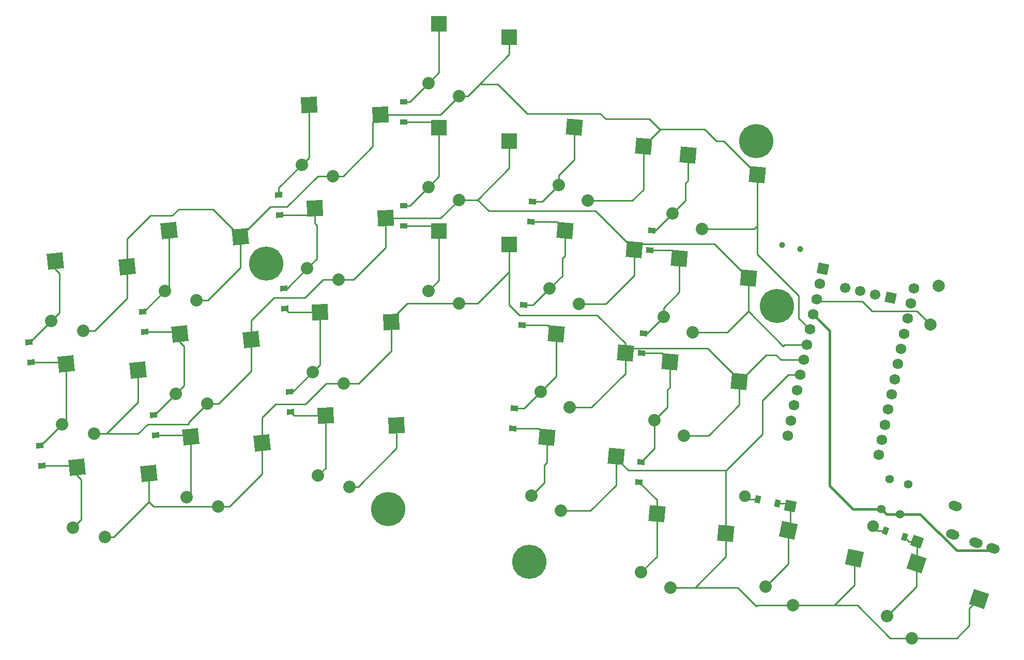
<source format=gbr>
%TF.GenerationSoftware,KiCad,Pcbnew,(6.0.7-1)-1*%
%TF.CreationDate,2022-09-15T11:20:02-04:00*%
%TF.ProjectId,skyline_pcb_left,736b796c-696e-4655-9f70-63625f6c6566,v1.0.0*%
%TF.SameCoordinates,Original*%
%TF.FileFunction,Copper,L2,Bot*%
%TF.FilePolarity,Positive*%
%FSLAX46Y46*%
G04 Gerber Fmt 4.6, Leading zero omitted, Abs format (unit mm)*
G04 Created by KiCad (PCBNEW (6.0.7-1)-1) date 2022-09-15 11:20:02*
%MOMM*%
%LPD*%
G01*
G04 APERTURE LIST*
G04 Aperture macros list*
%AMHorizOval*
0 Thick line with rounded ends*
0 $1 width*
0 $2 $3 position (X,Y) of the first rounded end (center of the circle)*
0 $4 $5 position (X,Y) of the second rounded end (center of the circle)*
0 Add line between two ends*
20,1,$1,$2,$3,$4,$5,0*
0 Add two circle primitives to create the rounded ends*
1,1,$1,$2,$3*
1,1,$1,$4,$5*%
%AMRotRect*
0 Rectangle, with rotation*
0 The origin of the aperture is its center*
0 $1 length*
0 $2 width*
0 $3 Rotation angle, in degrees counterclockwise*
0 Add horizontal line*
21,1,$1,$2,0,0,$3*%
G04 Aperture macros list end*
%TA.AperFunction,WasherPad*%
%ADD10C,1.000000*%
%TD*%
%TA.AperFunction,SMDPad,CuDef*%
%ADD11RotRect,2.600000X2.600000X3.000000*%
%TD*%
%TA.AperFunction,ComponentPad*%
%ADD12C,3.600000*%
%TD*%
%TA.AperFunction,ConnectorPad*%
%ADD13C,5.600000*%
%TD*%
%TA.AperFunction,SMDPad,CuDef*%
%ADD14RotRect,2.600000X2.600000X341.000000*%
%TD*%
%TA.AperFunction,ComponentPad*%
%ADD15C,1.397000*%
%TD*%
%TA.AperFunction,ComponentPad*%
%ADD16C,2.032000*%
%TD*%
%TA.AperFunction,SMDPad,CuDef*%
%ADD17RotRect,0.900000X1.200000X85.000000*%
%TD*%
%TA.AperFunction,SMDPad,CuDef*%
%ADD18RotRect,0.900000X1.200000X93.000000*%
%TD*%
%TA.AperFunction,SMDPad,CuDef*%
%ADD19RotRect,0.900000X1.200000X96.000000*%
%TD*%
%TA.AperFunction,SMDPad,CuDef*%
%ADD20RotRect,2.600000X2.600000X355.000000*%
%TD*%
%TA.AperFunction,ComponentPad*%
%ADD21RotRect,1.752600X1.752600X258.000000*%
%TD*%
%TA.AperFunction,ComponentPad*%
%ADD22C,1.752600*%
%TD*%
%TA.AperFunction,SMDPad,CuDef*%
%ADD23R,2.600000X2.600000*%
%TD*%
%TA.AperFunction,SMDPad,CuDef*%
%ADD24RotRect,2.600000X2.600000X6.000000*%
%TD*%
%TA.AperFunction,SMDPad,CuDef*%
%ADD25R,1.200000X0.900000*%
%TD*%
%TA.AperFunction,SMDPad,CuDef*%
%ADD26RotRect,2.600000X2.600000X348.000000*%
%TD*%
%TA.AperFunction,ComponentPad*%
%ADD27C,1.905000*%
%TD*%
%TA.AperFunction,SMDPad,CuDef*%
%ADD28RotRect,0.900000X1.200000X168.000000*%
%TD*%
%TA.AperFunction,ComponentPad*%
%ADD29RotRect,1.778000X1.778000X168.000000*%
%TD*%
%TA.AperFunction,ComponentPad*%
%ADD30HorizOval,1.600000X-0.283656X0.097670X0.283656X-0.097670X0*%
%TD*%
%TA.AperFunction,ComponentPad*%
%ADD31C,2.000000*%
%TD*%
%TA.AperFunction,ComponentPad*%
%ADD32RotRect,1.700000X1.700000X258.000000*%
%TD*%
%TA.AperFunction,ComponentPad*%
%ADD33HorizOval,1.700000X0.000000X0.000000X0.000000X0.000000X0*%
%TD*%
%TA.AperFunction,SMDPad,CuDef*%
%ADD34RotRect,0.900000X1.200000X161.000000*%
%TD*%
%TA.AperFunction,ComponentPad*%
%ADD35RotRect,1.778000X1.778000X161.000000*%
%TD*%
%TA.AperFunction,Conductor*%
%ADD36C,0.250000*%
%TD*%
%TA.AperFunction,Conductor*%
%ADD37C,0.400000*%
%TD*%
G04 APERTURE END LIST*
D10*
%TO.P,T1,*%
%TO.N,*%
X255661978Y-125952893D03*
X252727536Y-125329157D03*
%TD*%
D11*
%TO.P,S13,1*%
%TO.N,P6*%
X177950117Y-153287465D03*
%TO.P,S13,2*%
%TO.N,P18*%
X189599428Y-154879969D03*
%TD*%
D12*
%TO.P,REF\u002A\u002A,1*%
%TO.N,N/C*%
X248471233Y-108327154D03*
D13*
X248471233Y-108327154D03*
%TD*%
D14*
%TO.P,S45,1*%
%TO.N,P5*%
X274764028Y-177441111D03*
%TO.P,S45,2*%
%TO.N,P18*%
X284968518Y-183281564D03*
%TD*%
D15*
%TO.P,\u002A\u002A,3*%
%TO.N,P3*%
X270339579Y-163674142D03*
%TO.P,\u002A\u002A,4*%
%TO.N,VCC*%
X268982009Y-168569384D03*
%TD*%
D16*
%TO.P,S26,1*%
%TO.N,P7*%
X194796517Y-98810842D03*
%TO.P,S26,2*%
%TO.N,P21*%
X199796517Y-100910842D03*
%TD*%
D17*
%TO.P,D12,1*%
%TO.N,P8*%
X211590260Y-121509395D03*
%TO.P,D12,2*%
X211877874Y-118221953D03*
%TD*%
D18*
%TO.P,D5,1*%
%TO.N,P6*%
X172185861Y-152688321D03*
%TO.P,D5,2*%
X172013153Y-149392843D03*
%TD*%
D12*
%TO.P,REF\u002A\u002A,1*%
%TO.N,N/C*%
X168206517Y-128350842D03*
D13*
X168206517Y-128350842D03*
%TD*%
D16*
%TO.P,S42,1*%
%TO.N,P9*%
X229656879Y-178902403D03*
%TO.P,S42,2*%
%TO.N,P18*%
X234454825Y-181430191D03*
%TD*%
D19*
%TO.P,D3,1*%
%TO.N,P5*%
X150084877Y-156456891D03*
%TO.P,D3,2*%
X149739933Y-153174969D03*
%TD*%
D20*
%TO.P,S31,1*%
%TO.N,P8*%
X217215034Y-122904937D03*
%TO.P,S31,2*%
%TO.N,P20*%
X228529340Y-126103215D03*
%TD*%
D16*
%TO.P,S34,1*%
%TO.N,P8*%
X216128478Y-115532182D03*
%TO.P,S34,2*%
%TO.N,P21*%
X220926424Y-118059970D03*
%TD*%
%TO.P,S40,1*%
%TO.N,P9*%
X234799068Y-120126915D03*
%TO.P,S40,2*%
%TO.N,P21*%
X239597014Y-122654703D03*
%TD*%
%TO.P,S22,1*%
%TO.N,P7*%
X194796517Y-132810842D03*
%TO.P,S22,2*%
%TO.N,P19*%
X199796517Y-134910842D03*
%TD*%
D19*
%TO.P,D4,1*%
%TO.N,P5*%
X148307893Y-139550018D03*
%TO.P,D4,2*%
X147962949Y-136268096D03*
%TD*%
D18*
%TO.P,D6,1*%
%TO.N,P6*%
X171296149Y-135711619D03*
%TO.P,D6,2*%
X171123441Y-132416141D03*
%TD*%
D16*
%TO.P,S28,1*%
%TO.N,P8*%
X211683535Y-166338112D03*
%TO.P,S28,2*%
%TO.N,P18*%
X216481481Y-168865900D03*
%TD*%
%TO.P,S4,1*%
%TO.N,P4*%
X134816878Y-154693170D03*
%TO.P,S4,2*%
%TO.N,P20*%
X140008997Y-156259023D03*
%TD*%
D20*
%TO.P,S39,1*%
%TO.N,P9*%
X237367272Y-110564360D03*
%TO.P,S39,2*%
%TO.N,P21*%
X248681578Y-113762638D03*
%TD*%
D16*
%TO.P,S10,1*%
%TO.N,P5*%
X153399209Y-149723563D03*
%TO.P,S10,2*%
%TO.N,P20*%
X158591328Y-151289416D03*
%TD*%
D11*
%TO.P,S19,1*%
%TO.N,P6*%
X175280983Y-102357358D03*
%TO.P,S19,2*%
%TO.N,P21*%
X186930294Y-103949862D03*
%TD*%
D21*
%TO.P,MCU1,1*%
%TO.N,RAW*%
X259435551Y-129216394D03*
D22*
%TO.P,MCU1,2*%
%TO.N,GND*%
X258907455Y-131700889D03*
%TO.P,MCU1,3*%
%TO.N,RST*%
X258379359Y-134185384D03*
%TO.P,MCU1,4*%
%TO.N,VCC*%
X257851264Y-136669879D03*
%TO.P,MCU1,5*%
%TO.N,P21*%
X257323168Y-139154374D03*
%TO.P,MCU1,6*%
%TO.N,P20*%
X256795072Y-141638868D03*
%TO.P,MCU1,7*%
%TO.N,P19*%
X256266976Y-144123363D03*
%TO.P,MCU1,8*%
%TO.N,P18*%
X255738881Y-146607858D03*
%TO.P,MCU1,9*%
%TO.N,P15*%
X255210785Y-149092353D03*
%TO.P,MCU1,10*%
%TO.N,P14*%
X254682689Y-151576848D03*
%TO.P,MCU1,11*%
%TO.N,P16*%
X254154594Y-154061343D03*
%TO.P,MCU1,12*%
%TO.N,P10*%
X253626498Y-156545838D03*
%TO.P,MCU1,13*%
%TO.N,P1*%
X274342520Y-132384968D03*
%TO.P,MCU1,14*%
%TO.N,P0*%
X273814424Y-134869463D03*
%TO.P,MCU1,15*%
%TO.N,GND*%
X273286329Y-137353958D03*
%TO.P,MCU1,16*%
X272758233Y-139838453D03*
%TO.P,MCU1,17*%
%TO.N,P2*%
X272230137Y-142322948D03*
%TO.P,MCU1,18*%
%TO.N,P3*%
X271702042Y-144807443D03*
%TO.P,MCU1,19*%
%TO.N,P4*%
X271173946Y-147291938D03*
%TO.P,MCU1,20*%
%TO.N,P5*%
X270645850Y-149776432D03*
%TO.P,MCU1,21*%
%TO.N,P6*%
X270117754Y-152260927D03*
%TO.P,MCU1,22*%
%TO.N,P7*%
X269589659Y-154745422D03*
%TO.P,MCU1,23*%
%TO.N,P8*%
X269061563Y-157229917D03*
%TO.P,MCU1,24*%
%TO.N,P9*%
X268533467Y-159714412D03*
%TD*%
D23*
%TO.P,S21,1*%
%TO.N,P7*%
X196521517Y-123060842D03*
%TO.P,S21,2*%
%TO.N,P19*%
X208071517Y-125260842D03*
%TD*%
%TO.P,S25,1*%
%TO.N,P7*%
X196521517Y-89060842D03*
%TO.P,S25,2*%
%TO.N,P21*%
X208071517Y-91260842D03*
%TD*%
%TO.P,S23,1*%
%TO.N,P7*%
X196521517Y-106060842D03*
%TO.P,S23,2*%
%TO.N,P20*%
X208071517Y-108260842D03*
%TD*%
D24*
%TO.P,S3,1*%
%TO.N,P4*%
X135513275Y-144816269D03*
%TO.P,S3,2*%
%TO.N,P20*%
X147229966Y-145796914D03*
%TD*%
%TO.P,S7,1*%
%TO.N,P5*%
X155872590Y-156753534D03*
%TO.P,S7,2*%
%TO.N,P19*%
X167589281Y-157734179D03*
%TD*%
D20*
%TO.P,S37,1*%
%TO.N,P9*%
X235885624Y-127499670D03*
%TO.P,S37,2*%
%TO.N,P20*%
X247199930Y-130697948D03*
%TD*%
D25*
%TO.P,D9,1*%
%TO.N,P7*%
X190796517Y-105160842D03*
%TO.P,D9,2*%
X190796517Y-101860842D03*
%TD*%
D13*
%TO.P,REF\u002A\u002A,1*%
%TO.N,N/C*%
X251896517Y-135310842D03*
D12*
X251896517Y-135310842D03*
%TD*%
D15*
%TO.P,\u002A\u002A,2*%
%TO.N,P2*%
X273411222Y-164506045D03*
%TO.P,\u002A\u002A,4*%
%TO.N,VCC*%
X272053652Y-169401287D03*
%TD*%
D26*
%TO.P,S43,1*%
%TO.N,P7*%
X253742302Y-172089583D03*
%TO.P,S43,2*%
%TO.N,P18*%
X264582501Y-176642888D03*
%TD*%
D20*
%TO.P,S27,1*%
%TO.N,P8*%
X214251739Y-156775557D03*
%TO.P,S27,2*%
%TO.N,P18*%
X225566045Y-159973835D03*
%TD*%
D11*
%TO.P,S17,1*%
%TO.N,P6*%
X176170694Y-119334060D03*
%TO.P,S17,2*%
%TO.N,P20*%
X187820005Y-120926564D03*
%TD*%
D17*
%TO.P,D14,1*%
%TO.N,P9*%
X231099503Y-126199977D03*
%TO.P,D14,2*%
X231387117Y-122912535D03*
%TD*%
D16*
%TO.P,S24,1*%
%TO.N,P7*%
X194796517Y-115810842D03*
%TO.P,S24,2*%
%TO.N,P20*%
X199796517Y-117910842D03*
%TD*%
D27*
%TO.P,D16,1*%
%TO.N,P7*%
X246610368Y-166479801D03*
D28*
X251951054Y-167614999D03*
%TO.P,D16,2*%
X248723166Y-166928891D03*
D29*
X254063852Y-168064089D03*
%TD*%
D11*
%TO.P,S15,1*%
%TO.N,P6*%
X177060406Y-136310762D03*
%TO.P,S15,2*%
%TO.N,P19*%
X188709717Y-137903266D03*
%TD*%
D16*
%TO.P,S12,1*%
%TO.N,P5*%
X151622225Y-132816691D03*
%TO.P,S12,2*%
%TO.N,P21*%
X156814344Y-134382544D03*
%TD*%
%TO.P,S2,1*%
%TO.N,P4*%
X136593862Y-171600042D03*
%TO.P,S2,2*%
%TO.N,P19*%
X141785981Y-173165895D03*
%TD*%
D12*
%TO.P,REF\u002A\u002A,1*%
%TO.N,N/C*%
X188196517Y-168610842D03*
D13*
X188196517Y-168610842D03*
%TD*%
D20*
%TO.P,S29,1*%
%TO.N,P8*%
X215733387Y-139840247D03*
%TO.P,S29,2*%
%TO.N,P19*%
X227047693Y-143038525D03*
%TD*%
D16*
%TO.P,S14,1*%
%TO.N,P6*%
X176737757Y-163114382D03*
%TO.P,S14,2*%
%TO.N,P18*%
X181840810Y-164949824D03*
%TD*%
D24*
%TO.P,S5,1*%
%TO.N,P4*%
X133736291Y-127909397D03*
%TO.P,S5,2*%
%TO.N,P21*%
X145452982Y-128890042D03*
%TD*%
D16*
%TO.P,S18,1*%
%TO.N,P6*%
X174958334Y-129160977D03*
%TO.P,S18,2*%
%TO.N,P20*%
X180061387Y-130996419D03*
%TD*%
%TO.P,S38,1*%
%TO.N,P9*%
X233317420Y-137062225D03*
%TO.P,S38,2*%
%TO.N,P20*%
X238115366Y-139590013D03*
%TD*%
D18*
%TO.P,D7,1*%
%TO.N,P6*%
X170470481Y-120438388D03*
%TO.P,D7,2*%
X170297773Y-117142910D03*
%TD*%
D24*
%TO.P,S9,1*%
%TO.N,P5*%
X154095606Y-139846662D03*
%TO.P,S9,2*%
%TO.N,P20*%
X165812297Y-140827307D03*
%TD*%
D17*
%TO.P,D13,1*%
%TO.N,P9*%
X229726740Y-143039210D03*
%TO.P,D13,2*%
X230014354Y-139751768D03*
%TD*%
D30*
%TO.P,REF\u002A\u002A,1*%
%TO.N,GND*%
X281141917Y-168056247D03*
%TO.P,REF\u002A\u002A,2*%
%TO.N,P3*%
X280684374Y-172763758D03*
%TO.P,REF\u002A\u002A,3*%
%TO.N,P2*%
X284466448Y-174066030D03*
%TO.P,REF\u002A\u002A,4*%
%TO.N,VCC*%
X287303004Y-175042735D03*
%TD*%
D17*
%TO.P,D11,1*%
%TO.N,P8*%
X210108612Y-138444705D03*
%TO.P,D11,2*%
X210396226Y-135157263D03*
%TD*%
D24*
%TO.P,S11,1*%
%TO.N,P5*%
X152318622Y-122939790D03*
%TO.P,S11,2*%
%TO.N,P21*%
X164035313Y-123920435D03*
%TD*%
D16*
%TO.P,S16,1*%
%TO.N,P6*%
X175848046Y-146137679D03*
%TO.P,S16,2*%
%TO.N,P19*%
X180951099Y-147973121D03*
%TD*%
D31*
%TO.P,RSW1,1*%
%TO.N,RST*%
X277060244Y-138357905D03*
%TO.P,RSW1,2*%
%TO.N,GND*%
X278411670Y-131999945D03*
%TD*%
D16*
%TO.P,S20,1*%
%TO.N,P6*%
X174068623Y-112184275D03*
%TO.P,S20,2*%
%TO.N,P21*%
X179171676Y-114019717D03*
%TD*%
%TO.P,S8,1*%
%TO.N,P5*%
X155176193Y-166630435D03*
%TO.P,S8,2*%
%TO.N,P19*%
X160368312Y-168196288D03*
%TD*%
D17*
%TO.P,D10,1*%
%TO.N,P8*%
X208626964Y-155380015D03*
%TO.P,D10,2*%
X208914578Y-152092573D03*
%TD*%
D16*
%TO.P,S6,1*%
%TO.N,P4*%
X133039894Y-137786298D03*
%TO.P,S6,2*%
%TO.N,P21*%
X138232013Y-139352151D03*
%TD*%
D24*
%TO.P,S1,1*%
%TO.N,P4*%
X137290259Y-161723141D03*
%TO.P,S1,2*%
%TO.N,P19*%
X149006950Y-162703786D03*
%TD*%
D20*
%TO.P,S35,1*%
%TO.N,P9*%
X234403976Y-144434980D03*
%TO.P,S35,2*%
%TO.N,P19*%
X245718282Y-147633258D03*
%TD*%
D32*
%TO.P,REF\u002A\u002A,1*%
%TO.N,VCC*%
X270482307Y-133943202D03*
D33*
%TO.P,REF\u002A\u002A,2*%
%TO.N,P0*%
X267997812Y-133415106D03*
%TO.P,REF\u002A\u002A,3*%
%TO.N,P1*%
X265513317Y-132887011D03*
%TO.P,REF\u002A\u002A,4*%
%TO.N,GND*%
X263028822Y-132358915D03*
%TD*%
D25*
%TO.P,D8,1*%
%TO.N,P7*%
X190796517Y-122160842D03*
%TO.P,D8,2*%
X190796517Y-118860842D03*
%TD*%
D16*
%TO.P,S36,1*%
%TO.N,P9*%
X231835772Y-153997535D03*
%TO.P,S36,2*%
%TO.N,P19*%
X236633718Y-156525323D03*
%TD*%
%TO.P,S46,1*%
%TO.N,P5*%
X269958719Y-186098312D03*
%TO.P,S46,2*%
%TO.N,P18*%
X274002619Y-189711742D03*
%TD*%
D12*
%TO.P,REF\u002A\u002A,1*%
%TO.N,N/C*%
X211296517Y-177210842D03*
D13*
X211296517Y-177210842D03*
%TD*%
D27*
%TO.P,D17,1*%
%TO.N,P5*%
X267600821Y-171403395D03*
D34*
X272763353Y-173180997D03*
D35*
%TO.P,D17,2*%
X274805673Y-173884225D03*
D34*
X269643141Y-172106623D03*
%TD*%
D16*
%TO.P,S32,1*%
%TO.N,P8*%
X214646830Y-132467492D03*
%TO.P,S32,2*%
%TO.N,P20*%
X219444776Y-134995280D03*
%TD*%
%TO.P,S30,1*%
%TO.N,P8*%
X213165183Y-149402802D03*
%TO.P,S30,2*%
%TO.N,P19*%
X217963129Y-151930590D03*
%TD*%
D20*
%TO.P,S33,1*%
%TO.N,P8*%
X218696682Y-105969627D03*
%TO.P,S33,2*%
%TO.N,P21*%
X230010988Y-109167905D03*
%TD*%
D16*
%TO.P,S44,1*%
%TO.N,P7*%
X250027859Y-181267874D03*
%TO.P,S44,2*%
%TO.N,P18*%
X254481982Y-184361543D03*
%TD*%
D17*
%TO.P,D15,1*%
%TO.N,P9*%
X229308380Y-164176173D03*
%TO.P,D15,2*%
X229595994Y-160888731D03*
%TD*%
D20*
%TO.P,S41,1*%
%TO.N,P9*%
X232225083Y-169339848D03*
%TO.P,S41,2*%
%TO.N,P18*%
X243539389Y-172538126D03*
%TD*%
D19*
%TO.P,D2,1*%
%TO.N,P4*%
X129725562Y-144519625D03*
%TO.P,D2,2*%
X129380618Y-141237703D03*
%TD*%
%TO.P,D1,1*%
%TO.N,P4*%
X131502546Y-161426497D03*
%TO.P,D1,2*%
X131157602Y-158144575D03*
%TD*%
D36*
%TO.N,P4*%
X136593862Y-171600042D02*
X137940863Y-170253041D01*
X137940863Y-163766539D02*
X137290259Y-163115935D01*
X137940863Y-170253041D02*
X137940863Y-163766539D01*
X131502546Y-161426497D02*
X136993615Y-161426497D01*
X129588489Y-141237703D02*
X133039894Y-137786298D01*
X134816878Y-154693170D02*
X135513275Y-153996773D01*
X133736291Y-129302191D02*
X133736291Y-127909397D01*
X129380618Y-141237703D02*
X129588489Y-141237703D01*
X136993615Y-161426497D02*
X137290259Y-161723141D01*
X135513275Y-153996773D02*
X135513275Y-144816269D01*
X134386895Y-136439297D02*
X134386895Y-129952795D01*
X135216631Y-144519625D02*
X135513275Y-144816269D01*
X131365473Y-158144575D02*
X134816878Y-154693170D01*
X137290259Y-163115935D02*
X137290259Y-161723141D01*
X134386895Y-129952795D02*
X133736291Y-129302191D01*
X129725562Y-144519625D02*
X135216631Y-144519625D01*
X133039894Y-137786298D02*
X134386895Y-136439297D01*
X131157602Y-158144575D02*
X131365473Y-158144575D01*
%TO.N,P19*%
X227047693Y-143038525D02*
X227872589Y-142213629D01*
X236633718Y-156525323D02*
X240696187Y-156525323D01*
X227872589Y-142213629D02*
X240544676Y-142213629D01*
X191336637Y-134910842D02*
X189429263Y-136818216D01*
X149821472Y-168196288D02*
X160368312Y-168196288D01*
X227047693Y-141416646D02*
X222449263Y-136818216D01*
X160368312Y-168196288D02*
X162246249Y-168196288D01*
X180951099Y-147973121D02*
X183422388Y-147973121D01*
X143222821Y-173165895D02*
X149006950Y-167381766D01*
X188709717Y-142685792D02*
X188709717Y-137903266D01*
X245718282Y-147387235D02*
X245718282Y-147633258D01*
X252549251Y-144123363D02*
X256266976Y-144123363D01*
X174685452Y-151370904D02*
X178083235Y-147973121D01*
X149006950Y-167381766D02*
X149006950Y-162703786D01*
X167589281Y-157734179D02*
X167589281Y-153578198D01*
X240544676Y-142213629D02*
X245718282Y-147387235D01*
X183422388Y-147973121D02*
X188709717Y-142685792D01*
X209749263Y-136818216D02*
X208071517Y-135140470D01*
X199796517Y-134910842D02*
X191336637Y-134910842D01*
X221531867Y-151930590D02*
X227047693Y-146414764D01*
X199796517Y-134910842D02*
X202863888Y-134910842D01*
X222449263Y-136818216D02*
X209749263Y-136818216D01*
X169796575Y-151370904D02*
X174685452Y-151370904D01*
X208071517Y-129703213D02*
X208071517Y-125260842D01*
X149006950Y-167381766D02*
X149821472Y-168196288D01*
X167589281Y-162853256D02*
X167589281Y-157734179D01*
X141785981Y-173165895D02*
X143222821Y-173165895D01*
X162246249Y-168196288D02*
X167589281Y-162853256D01*
X202863888Y-134910842D02*
X208071517Y-129703213D01*
X251743246Y-143317358D02*
X252549251Y-144123363D01*
X245780029Y-147633258D02*
X250095929Y-143317358D01*
X227047693Y-146414764D02*
X227047693Y-143038525D01*
X240696187Y-156525323D02*
X245718282Y-151503228D01*
X227047693Y-143038525D02*
X227047693Y-141416646D01*
X178083235Y-147973121D02*
X180951099Y-147973121D01*
X208071517Y-135140470D02*
X208071517Y-125260842D01*
X245718282Y-151503228D02*
X245718282Y-147633258D01*
X167589281Y-153578198D02*
X169796575Y-151370904D01*
X245718282Y-147633258D02*
X245780029Y-147633258D01*
X250095929Y-143317358D02*
X251743246Y-143317358D01*
X217963129Y-151930590D02*
X221531867Y-151930590D01*
%TO.N,P20*%
X155558280Y-154322464D02*
X158591328Y-151289416D01*
X147284012Y-156259023D02*
X148877499Y-154665536D01*
X228529340Y-126103215D02*
X222162900Y-119736775D01*
X174593935Y-133982566D02*
X177580082Y-130996419D01*
X142048456Y-156259023D02*
X147229966Y-151077513D01*
X247199930Y-136168883D02*
X252929263Y-141898216D01*
X180061387Y-130996419D02*
X182551060Y-130996419D01*
X160469265Y-151289416D02*
X165812297Y-145946384D01*
X187820005Y-120926564D02*
X196780795Y-120926564D01*
X223824366Y-134995280D02*
X219444776Y-134995280D01*
X208071517Y-108260842D02*
X208071517Y-112703213D01*
X238115366Y-139590013D02*
X243778800Y-139590013D01*
X204689821Y-119736775D02*
X202863888Y-117910842D01*
X229519297Y-125113258D02*
X228529340Y-126103215D01*
X243778800Y-139590013D02*
X247199930Y-136168883D01*
X247199930Y-130697948D02*
X247199930Y-136168883D01*
X158591328Y-151289416D02*
X160469265Y-151289416D01*
X222162900Y-119736775D02*
X204689821Y-119736775D01*
X169468951Y-133982566D02*
X174593935Y-133982566D01*
X208071517Y-112703213D02*
X202863888Y-117910842D01*
X165812297Y-137639220D02*
X169468951Y-133982566D01*
X148877499Y-154665536D02*
X155558280Y-154665536D01*
X241615240Y-125113258D02*
X229519297Y-125113258D01*
X155558280Y-154665536D02*
X155558280Y-154322464D01*
X140008997Y-156259023D02*
X147284012Y-156259023D01*
X177580082Y-130996419D02*
X180061387Y-130996419D01*
X187820005Y-125727474D02*
X187820005Y-120926564D01*
X140008997Y-156259023D02*
X142048456Y-156259023D01*
X196780795Y-120926564D02*
X199796517Y-117910842D01*
X182551060Y-130996419D02*
X187820005Y-125727474D01*
X247199930Y-130697948D02*
X241615240Y-125113258D01*
X165812297Y-145946384D02*
X165812297Y-140827307D01*
X228529340Y-126103215D02*
X228529340Y-130290306D01*
X202863888Y-117910842D02*
X199796517Y-117910842D01*
X253188611Y-141638868D02*
X256795072Y-141638868D01*
X228529340Y-130290306D02*
X223824366Y-134995280D01*
X147229966Y-151077513D02*
X147229966Y-145796914D01*
X165812297Y-140827307D02*
X165812297Y-137639220D01*
X252929263Y-141898216D02*
X253188611Y-141638868D01*
%TO.N,P21*%
X203190040Y-98954158D02*
X208071517Y-94072682D01*
X159546150Y-119431272D02*
X153910965Y-119431272D01*
X248681578Y-113762638D02*
X243196475Y-108277535D01*
X206190317Y-98954158D02*
X203190040Y-98954158D01*
X248681578Y-126809086D02*
X255469263Y-133596771D01*
X158692281Y-134382544D02*
X164035313Y-129039512D01*
X239597014Y-122654703D02*
X248195201Y-122654703D01*
X232724970Y-106453923D02*
X230967991Y-104696944D01*
X179171676Y-114019717D02*
X176667762Y-114019717D01*
X149243568Y-120529483D02*
X145452982Y-124320069D01*
X153910965Y-119431272D02*
X152812754Y-120529483D01*
X168917532Y-119038216D02*
X164035313Y-123920435D01*
X185720799Y-109136427D02*
X185720799Y-105159357D01*
X164035313Y-123920435D02*
X159546150Y-119431272D01*
X230967991Y-104696944D02*
X223834221Y-104696944D01*
X232840677Y-106338216D02*
X232724970Y-106453923D01*
X171649263Y-119038216D02*
X168917532Y-119038216D01*
X140109950Y-139352151D02*
X145452982Y-134009119D01*
X248195201Y-122654703D02*
X248681578Y-122168326D01*
X241995772Y-108277535D02*
X240056453Y-106338216D01*
X138232013Y-139352151D02*
X140109950Y-139352151D01*
X179171676Y-114019717D02*
X180837509Y-114019717D01*
X208071517Y-94072682D02*
X208071517Y-91260842D01*
X243196475Y-108277535D02*
X241995772Y-108277535D01*
X228221769Y-118059970D02*
X230010988Y-116270751D01*
X201233357Y-100910842D02*
X203190040Y-98954158D01*
X248681578Y-113762638D02*
X248681578Y-122168326D01*
X223834221Y-104696944D02*
X222935493Y-103798216D01*
X232724970Y-106453923D02*
X230010988Y-109167905D01*
X255469263Y-133596771D02*
X255469263Y-137300469D01*
X176667762Y-114019717D02*
X171649263Y-119038216D01*
X248681578Y-122168326D02*
X248681578Y-126809086D01*
X196757497Y-103949862D02*
X199796517Y-100910842D01*
X186930294Y-103949862D02*
X196757497Y-103949862D01*
X145452982Y-124320069D02*
X145452982Y-128890042D01*
X145452982Y-134009119D02*
X145452982Y-128890042D01*
X156814344Y-134382544D02*
X158692281Y-134382544D01*
X240056453Y-106338216D02*
X232840677Y-106338216D01*
X255469263Y-137300469D02*
X257323168Y-139154374D01*
X164035313Y-129039512D02*
X164035313Y-123920435D01*
X199796517Y-100910842D02*
X201233357Y-100910842D01*
X220926424Y-118059970D02*
X228221769Y-118059970D01*
X206190317Y-98954158D02*
X211034375Y-103798216D01*
X185720799Y-105159357D02*
X186930294Y-103949862D01*
X152812754Y-120529483D02*
X149243568Y-120529483D01*
X180837509Y-114019717D02*
X185720799Y-109136427D01*
X230010988Y-116270751D02*
X230010988Y-109167905D01*
X222935493Y-103798216D02*
X211034375Y-103798216D01*
%TO.N,P5*%
X269958719Y-186098312D02*
X274764028Y-181293003D01*
X148307893Y-139550018D02*
X153798962Y-139550018D01*
X274805673Y-173884225D02*
X273466581Y-173884225D01*
X274805673Y-173884225D02*
X274805673Y-177399466D01*
X149739933Y-153174969D02*
X149947803Y-153174969D01*
X154746210Y-141890060D02*
X154095606Y-141239456D01*
X274764028Y-181293003D02*
X274764028Y-177441111D01*
X274805673Y-177399466D02*
X274764028Y-177441111D01*
X148170820Y-136268096D02*
X151622225Y-132816691D01*
X151622225Y-132816691D02*
X152318622Y-132120294D01*
X155575947Y-156456891D02*
X155872590Y-156753534D01*
X152318622Y-132120294D02*
X152318622Y-122939790D01*
X155176193Y-166630435D02*
X155872590Y-165934038D01*
X155872590Y-165934038D02*
X155872590Y-156753534D01*
X269643141Y-172106623D02*
X268304049Y-172106623D01*
X153399209Y-149723563D02*
X154746210Y-148376562D01*
X150084877Y-156456891D02*
X155575947Y-156456891D01*
X147962949Y-136268096D02*
X148170820Y-136268096D01*
X273466581Y-173884225D02*
X272763353Y-173180997D01*
X154095606Y-141239456D02*
X154095606Y-139846662D01*
X153798962Y-139550018D02*
X154095606Y-139846662D01*
X154746210Y-148376562D02*
X154746210Y-141890060D01*
X268304049Y-172106623D02*
X267600821Y-171403395D01*
X149947803Y-153174969D02*
X153399209Y-149723563D01*
%TO.N,P6*%
X172013153Y-149392843D02*
X172592882Y-149392843D01*
X172185861Y-152688321D02*
X172785005Y-153287465D01*
X176737757Y-163114382D02*
X177950117Y-161902022D01*
X172785005Y-153287465D02*
X177950117Y-153287465D01*
X176501613Y-127617698D02*
X176501613Y-122089699D01*
X176170694Y-121758780D02*
X176170694Y-119334060D01*
X171703170Y-132416141D02*
X174958334Y-129160977D01*
X171895292Y-136310762D02*
X171296149Y-135711619D01*
X174068623Y-112184275D02*
X175280983Y-110971915D01*
X174958334Y-129160977D02*
X176501613Y-127617698D01*
X171123441Y-132416141D02*
X171703170Y-132416141D01*
X170297773Y-115955125D02*
X174068623Y-112184275D01*
X177950117Y-161902022D02*
X177950117Y-153287465D01*
X170297773Y-117142910D02*
X170297773Y-115955125D01*
X172592882Y-149392843D02*
X175848046Y-146137679D01*
X177060406Y-144925319D02*
X177060406Y-136310762D01*
X175066366Y-120438388D02*
X176170694Y-119334060D01*
X175280983Y-110971915D02*
X175280983Y-102357358D01*
X176501613Y-122089699D02*
X176170694Y-121758780D01*
X175848046Y-146137679D02*
X177060406Y-144925319D01*
X177060406Y-136310762D02*
X171895292Y-136310762D01*
X170470481Y-120438388D02*
X175066366Y-120438388D01*
%TO.N,P18*%
X270407807Y-189711742D02*
X274002619Y-189711742D01*
X243598182Y-162261495D02*
X249546824Y-156312853D01*
X265057608Y-184361543D02*
X270407807Y-189711742D01*
X243598182Y-162261495D02*
X243539389Y-162320288D01*
X264582501Y-181044978D02*
X264582501Y-176642888D01*
X254481982Y-184361543D02*
X265057608Y-184361543D01*
X283409263Y-184840819D02*
X284968518Y-183281564D01*
X248678851Y-184361543D02*
X254481982Y-184361543D01*
X216481481Y-168865900D02*
X221344272Y-168865900D01*
X221344272Y-168865900D02*
X225566045Y-164644127D01*
X225566045Y-159973835D02*
X225566045Y-160254998D01*
X225566045Y-164644127D02*
X225566045Y-159973835D01*
X183277650Y-164949824D02*
X189599428Y-158628046D01*
X261265936Y-184361543D02*
X264582501Y-181044978D01*
X274002619Y-189711742D02*
X281315737Y-189711742D01*
X281315737Y-189711742D02*
X283409263Y-187618216D01*
X243539389Y-176408096D02*
X238517294Y-181430191D01*
X189599428Y-158628046D02*
X189599428Y-154879969D01*
X227572542Y-162261495D02*
X243598182Y-162261495D01*
X225566045Y-160254998D02*
X227572542Y-162261495D01*
X249546824Y-156312853D02*
X249546824Y-150821798D01*
X245470059Y-181430191D02*
X248540131Y-184500263D01*
X249546824Y-150821798D02*
X253760764Y-146607858D01*
X254481982Y-184361543D02*
X261265936Y-184361543D01*
X181840810Y-164949824D02*
X183277650Y-164949824D01*
X243539389Y-172538126D02*
X243539389Y-176408096D01*
X238517294Y-181430191D02*
X234454825Y-181430191D01*
X243539389Y-162320288D02*
X243539389Y-172538126D01*
X253760764Y-146607858D02*
X255738881Y-146607858D01*
X248540131Y-184500263D02*
X248678851Y-184361543D01*
X283409263Y-187618216D02*
X283409263Y-184840819D01*
X234454825Y-181430191D02*
X245470059Y-181430191D01*
%TO.N,P7*%
X247059458Y-166928891D02*
X246610368Y-166479801D01*
X190796517Y-101860842D02*
X191746517Y-101860842D01*
X248723166Y-166928891D02*
X247059458Y-166928891D01*
X196537987Y-92527312D02*
X196521517Y-92510842D01*
X251951054Y-167614999D02*
X253614762Y-167614999D01*
X190796517Y-122160842D02*
X195621517Y-122160842D01*
X196521517Y-123060842D02*
X196521517Y-131085842D01*
X191746517Y-118860842D02*
X194796517Y-115810842D01*
X254063852Y-168064089D02*
X254063852Y-171768033D01*
X191746517Y-101860842D02*
X194796517Y-98810842D01*
X190796517Y-105160842D02*
X195621517Y-105160842D01*
X196521517Y-109510842D02*
X196521517Y-106060842D01*
X196521517Y-92510842D02*
X196521517Y-89060842D01*
X253614762Y-167614999D02*
X254063852Y-168064089D01*
X196521517Y-131085842D02*
X194796517Y-132810842D01*
X195621517Y-105160842D02*
X196521517Y-106060842D01*
X253742302Y-177553431D02*
X253742302Y-172089583D01*
X196537987Y-97069372D02*
X196537987Y-92527312D01*
X195621517Y-122160842D02*
X196521517Y-123060842D01*
X190796517Y-118860842D02*
X191746517Y-118860842D01*
X194796517Y-98810842D02*
X196537987Y-97069372D01*
X254063852Y-171768033D02*
X253742302Y-172089583D01*
X196537987Y-109527312D02*
X196521517Y-109510842D01*
X250027859Y-181267874D02*
X253742302Y-177553431D01*
X194796517Y-115810842D02*
X196537987Y-114069372D01*
X196537987Y-114069372D02*
X196537987Y-109527312D01*
%TO.N,P8*%
X208914578Y-152092573D02*
X210475412Y-152092573D01*
X210108612Y-138444705D02*
X214337845Y-138444705D01*
X214251739Y-160924685D02*
X214251739Y-156775557D01*
X212856197Y-155380015D02*
X214251739Y-156775557D01*
X214337845Y-138444705D02*
X215733387Y-139840247D01*
X216721394Y-130392928D02*
X216721394Y-127547705D01*
X217215034Y-127054065D02*
X217215034Y-122904937D01*
X216128478Y-113873705D02*
X218696682Y-111305501D01*
X215733387Y-146834598D02*
X215733387Y-139840247D01*
X208626964Y-155380015D02*
X212856197Y-155380015D01*
X214646830Y-132467492D02*
X216721394Y-130392928D01*
X210396226Y-135157263D02*
X211957059Y-135157263D01*
X210475412Y-152092573D02*
X213165183Y-149402802D01*
X211877874Y-118221953D02*
X213438707Y-118221953D01*
X213758099Y-161418325D02*
X214251739Y-160924685D01*
X213758099Y-164263548D02*
X213758099Y-161418325D01*
X213165183Y-149402802D02*
X215733387Y-146834598D01*
X211957059Y-135157263D02*
X214646830Y-132467492D01*
X215819492Y-121509395D02*
X217215034Y-122904937D01*
X213438707Y-118221953D02*
X216128478Y-115532182D01*
X216128478Y-115532182D02*
X216128478Y-113873705D01*
X218696682Y-111305501D02*
X218696682Y-105969627D01*
X211590260Y-121509395D02*
X215819492Y-121509395D01*
X211683535Y-166338112D02*
X213758099Y-164263548D01*
X216721394Y-127547705D02*
X217215034Y-127054065D01*
%TO.N,P9*%
X235885624Y-133057181D02*
X235885624Y-127499670D01*
X229656879Y-178902403D02*
X232225083Y-176334199D01*
X236873632Y-115207128D02*
X237367272Y-114713488D01*
X230627877Y-139751768D02*
X233317420Y-137062225D01*
X234403976Y-148584108D02*
X234403976Y-144434980D01*
X234799068Y-120126915D02*
X236873632Y-118052351D01*
X233910336Y-151922971D02*
X233910336Y-149077748D01*
X232225083Y-167092876D02*
X229308380Y-164176173D01*
X234585931Y-126199977D02*
X235885624Y-127499670D01*
X229726740Y-143039210D02*
X233008206Y-143039210D01*
X229595994Y-160888731D02*
X231835772Y-158648953D01*
X230014354Y-139751768D02*
X230627877Y-139751768D01*
X237367272Y-114713488D02*
X237367272Y-110564360D01*
X233317420Y-135625385D02*
X235885624Y-133057181D01*
X231835772Y-158648953D02*
X231835772Y-153997535D01*
X236873632Y-118052351D02*
X236873632Y-115207128D01*
X231387117Y-122912535D02*
X232013448Y-122912535D01*
X231099503Y-126199977D02*
X234585931Y-126199977D01*
X233910336Y-149077748D02*
X234403976Y-148584108D01*
X231835772Y-153997535D02*
X233910336Y-151922971D01*
X232225083Y-169339848D02*
X232225083Y-167092876D01*
X232013448Y-122912535D02*
X234799068Y-120126915D01*
X232225083Y-176334199D02*
X232225083Y-169339848D01*
X233008206Y-143039210D02*
X234403976Y-144434980D01*
X233317420Y-137062225D02*
X233317420Y-135625385D01*
%TO.N,RST*%
X277060244Y-138357905D02*
X274854997Y-136152658D01*
X258738565Y-134544590D02*
X258379359Y-134185384D01*
X274854997Y-136152658D02*
X267460649Y-136152658D01*
X265852581Y-134544590D02*
X258738565Y-134544590D01*
X267460649Y-136152658D02*
X265852581Y-134544590D01*
D37*
%TO.N,VCC*%
X281330167Y-175379120D02*
X286966619Y-175379120D01*
X269813912Y-169401287D02*
X272053652Y-169401287D01*
X264360431Y-168569384D02*
X268982009Y-168569384D01*
X272053652Y-169401287D02*
X275352334Y-169401287D01*
X257851264Y-136669879D02*
X260549263Y-139367878D01*
X260549263Y-164758216D02*
X264360431Y-168569384D01*
X260549263Y-139367878D02*
X260549263Y-164758216D01*
X286966619Y-175379120D02*
X287303004Y-175042735D01*
X268982009Y-168569384D02*
X269813912Y-169401287D01*
X275352334Y-169401287D02*
X281330167Y-175379120D01*
%TD*%
M02*

</source>
